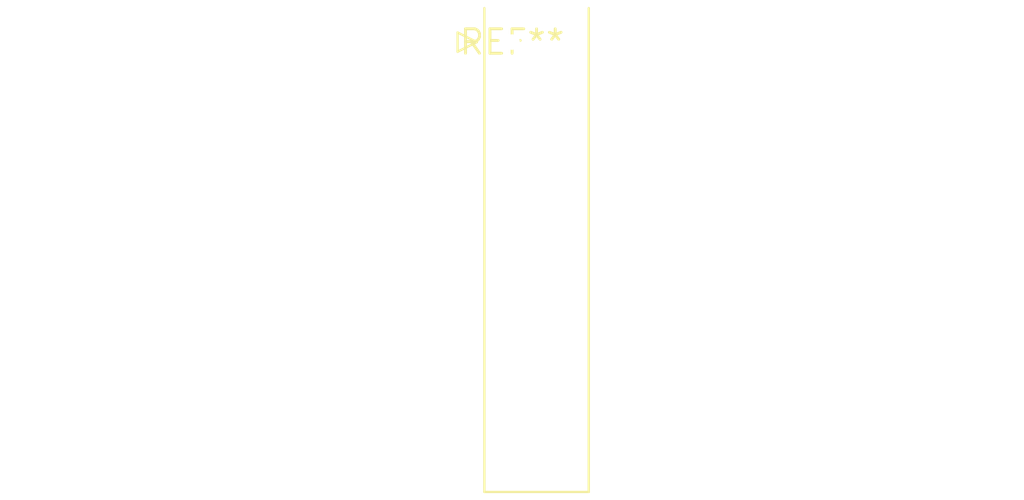
<source format=kicad_pcb>
(kicad_pcb (version 20240108) (generator pcbnew)
  (layers (0 "F.Cu" signal) (31 "B.Cu" signal) (34 "B.Paste" user) (35 "F.Paste" user) (36 "B.SilkS" user "B.Silkscreen") (37 "F.SilkS" user "F.Silkscreen") (38 "B.Mask" user) (39 "F.Mask" user) (44 "Edge.Cuts" user))
  (net 0 "")
  (footprint "TE_Micro-MaTch_1-215079-8_2x09_P1.27mm_Vertical" (layer "F.Cu") (at 0 0)
    (property "Reference" "REF**")
    (property "Value" "TE_Micro-MaTch_1-215079-8_2x09_P1.27mm_Vertical")
    (fp_line (start -2.83 -0.5) (end -1.83 0) (layer "F.SilkS") (stroke (width 0.12)))
    (fp_line (start -2.83 0.5) (end -2.83 -0.5) (layer "F.SilkS") (stroke (width 0.12)))
    (fp_line (start -1.83 0) (end -2.83 0.5) (layer "F.SilkS") (stroke (width 0.12)))
    (fp_line (start -1.44 -1.765) (end -1.44 23.355) (layer "F.SilkS") (stroke (width 0.12)))
    (fp_line (start -1.44 23.355) (end 3.98 23.355) (layer "F.SilkS") (stroke (width 0.12)))
    (fp_line (start 3.98 23.355) (end 3.98 -1.765) (layer "F.SilkS") (stroke (width 0.12)))
    (pad "" np_thru_hole circle (at 1.8 -1.4) (size 1.5 1.5) (drill 1.5) (layers *.Cu *.Mask))
    (pad "1" thru_hole rect (at 0 0) (size 1.3 1.3) (drill 0.8) (layers *.Cu *.Mask) (remove_unused_layers))
    (pad "2" thru_hole circle (at 2.54 1.27) (size 1.3 1.3) (drill 0.8) (layers *.Cu *.Mask) (remove_unused_layers))
    (pad "3" thru_hole circle (at 0 2.54) (size 1.3 1.3) (drill 0.8) (layers *.Cu *.Mask) (remove_unused_layers))
    (pad "4" thru_hole circle (at 2.54 3.81) (size 1.3 1.3) (drill 0.8) (layers *.Cu *.Mask) (remove_unused_layers))
    (pad "5" thru_hole circle (at 0 5.08) (size 1.3 1.3) (drill 0.8) (layers *.Cu *.Mask) (remove_unused_layers))
    (pad "6" thru_hole circle (at 2.54 6.35) (size 1.3 1.3) (drill 0.8) (layers *.Cu *.Mask) (remove_unused_layers))
    (pad "7" thru_hole circle (at 0 7.62) (size 1.3 1.3) (drill 0.8) (layers *.Cu *.Mask) (remove_unused_layers))
    (pad "8" thru_hole circle (at 2.54 8.89) (size 1.3 1.3) (drill 0.8) (layers *.Cu *.Mask) (remove_unused_layers))
    (pad "9" thru_hole circle (at 0 10.16) (size 1.3 1.3) (drill 0.8) (layers *.Cu *.Mask) (remove_unused_layers))
    (pad "10" thru_hole circle (at 2.54 11.43) (size 1.3 1.3) (drill 0.8) (layers *.Cu *.Mask) (remove_unused_layers))
    (pad "11" thru_hole circle (at 0 12.7) (size 1.3 1.3) (drill 0.8) (layers *.Cu *.Mask) (remove_unused_layers))
    (pad "12" thru_hole circle (at 2.54 13.97) (size 1.3 1.3) (drill 0.8) (layers *.Cu *.Mask) (remove_unused_layers))
    (pad "13" thru_hole circle (at 0 15.24) (size 1.3 1.3) (drill 0.8) (layers *.Cu *.Mask) (remove_unused_layers))
    (pad "14" thru_hole circle (at 2.54 16.51) (size 1.3 1.3) (drill 0.8) (layers *.Cu *.Mask) (remove_unused_layers))
    (pad "15" thru_hole circle (at 0 17.78) (size 1.3 1.3) (drill 0.8) (layers *.Cu *.Mask) (remove_unused_layers))
    (pad "16" thru_hole circle (at 2.54 19.05) (size 1.3 1.3) (drill 0.8) (layers *.Cu *.Mask) (remove_unused_layers))
    (pad "17" thru_hole circle (at 0 20.32) (size 1.3 1.3) (drill 0.8) (layers *.Cu *.Mask) (remove_unused_layers))
    (pad "18" thru_hole circle (at 2.54 21.59) (size 1.3 1.3) (drill 0.8) (layers *.Cu *.Mask) (remove_unused_layers))
  )
)
</source>
